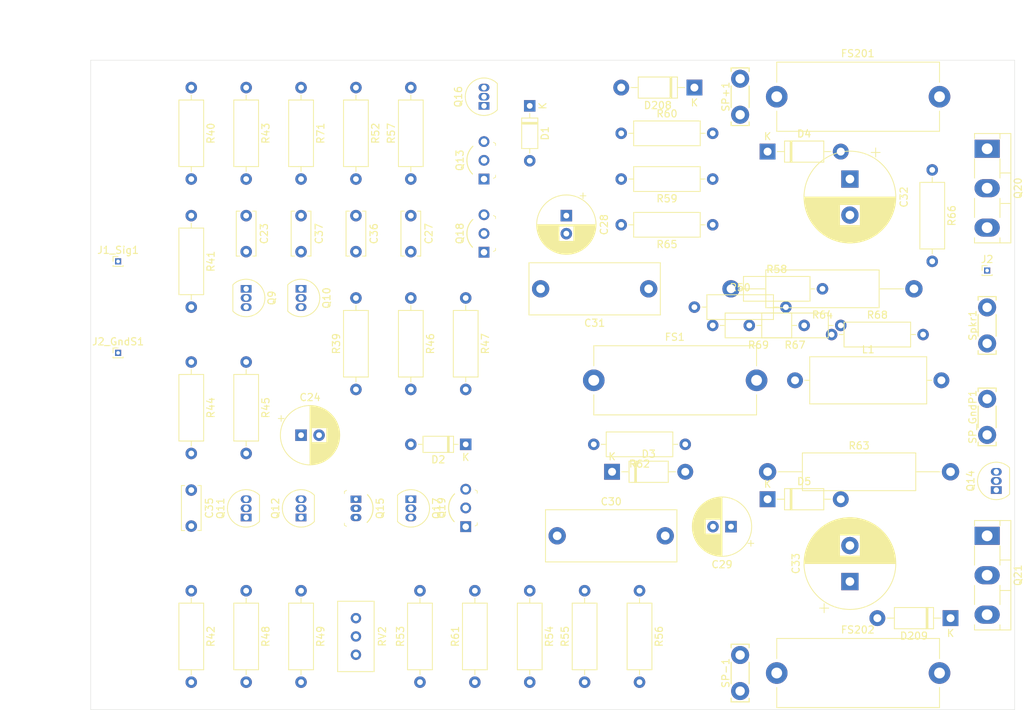
<source format=kicad_pcb>
(kicad_pcb (version 20171130) (host pcbnew 5.1.5-1.fc31)
  (layers (0 F.Cu signal) (31 B.Cu signal) (34 B.Paste user) (35 F.Paste user) (36 B.SilkS user) (37 F.SilkS user) (38 B.Mask user) (39 F.Mask user) (44 Edge.Cuts user))
  (net 0 "")
  (net 1 "Net-(C23-Pad1)")
  (net 2 "Net-(C24-Pad2)")
  (net 3 "Net-(C27-Pad1)")
  (net 4 "Net-(C28-Pad1)")
  (net 5 "Net-(C28-Pad2)")
  (net 6 "Net-(C29-Pad2)")
  (net 7 "Net-(C30-Pad1)")
  (net 8 "Net-(C30-Pad2)")
  (net 9 "Net-(C31-Pad1)")
  (net 10 "Net-(C36-Pad2)")
  (net 11 "Net-(C36-Pad1)")
  (net 12 "Net-(D1-Pad1)")
  (net 13 "Net-(D2-Pad1)")
  (net 14 "Net-(D2-Pad2)")
  (net 15 "Net-(J2-Pad1)")
  (net 16 "Net-(Q10-Pad3)")
  (net 17 "Net-(Q10-Pad2)")
  (net 18 "Net-(Q11-Pad2)")
  (net 19 "Net-(Q11-Pad3)")
  (net 20 "Net-(Q14-Pad2)")
  (net 21 "Net-(Q14-Pad1)")
  (net 22 "Net-(Q16-Pad2)")
  (net 23 "Net-(Q17-Pad2)")
  (net 24 "Net-(Q18-Pad1)")
  (net 25 "Net-(Q20-Pad3)")
  (net 26 "Net-(R39-Pad1)")
  (net 27 "Net-(R49-Pad2)")
  (net 28 "Net-(Q19-Pad1)")
  (net 29 GNDS)
  (net 30 GNDPWR)
  (net 31 "Net-(C32-Pad1)")
  (net 32 "Net-(C33-Pad2)")
  (net 33 "Net-(FS1-Pad2)")
  (net 34 "Net-(Q13-Pad3)")
  (net 35 "Net-(J1_Sig1-Pad1)")
  (net 36 "Net-(L1-Pad2)")
  (net 37 "Net-(FS201-Pad1)")
  (net 38 "Net-(FS202-Pad1)")
  (module MountingHole:MountingHole_3.5mm (layer F.Cu) (at 213.36 54.61)
    (fp_text reference H4 hide)
    (fp_text value MountingHole hide)
    (pad 1 np_thru_hole circle (at 0 0) (size 3.5 3.5) (drill 3.5) (layers *.Cu *.Mask))
  )
  (module MountingHole:MountingHole_3.5mm (layer F.Cu) (at 213.36 137.16)
    (fp_text reference H3 hide)
    (fp_text value MountingHole hide)
    (pad 1 np_thru_hole circle (at 0 0) (size 3.5 3.5) (drill 3.5) (layers *.Cu *.Mask))
  )
  (module MountingHole:MountingHole_3.5mm (layer F.Cu) (at 92.71 137.16)
    (fp_text reference H2 hide)
    (fp_text value MountingHole hide)
    (pad 1 np_thru_hole circle (at 0 0) (size 3.5 3.5) (drill 3.5) (layers *.Cu *.Mask))
  )
  (module MountingHole:MountingHole_3.5mm (layer F.Cu) (at 92.71 54.61)
    (fp_text reference H1 hide)
    (fp_text value MountingHole hide)
    (pad 1 np_thru_hole circle (at 0 0) (size 3.5 3.5) (drill 3.5) (layers *.Cu *.Mask))
  )
  (module digikey-footprints:TO-92-3_Formed_Leads (layer F.Cu) (at 143.51 77.47 90)
    (fp_text reference Q18 (at 2.6 -3.35 90) (layer F.SilkS))
    (fp_text value ZTX653)
    (pad 1 thru_hole rect (at 0 0 270) (size 1.5 1.5) (drill 0.9) (layers *.Cu *.Mask) (net 24 "Net-(Q18-Pad1)"))
    (pad 3 thru_hole circle (at 5.2 0 270) (size 1.5 1.5) (drill 0.9) (layers *.Cu *.Mask) (net 31 "Net-(C32-Pad1)"))
    (pad 2 thru_hole circle (at 2.6 0 270) (size 1.5 1.5) (drill 0.9) (layers *.Cu *.Mask) (net 3 "Net-(C27-Pad1)"))
  )
  (module Capacitor_THT:C_Disc_D6.0mm_W2.5mm_P5.00mm (layer F.Cu) (at 110.49 72.39 270)
    (fp_text reference C23 (at 2.5 -2.5 90) (layer F.SilkS))
    (fp_text value 470p)
    (pad 2 thru_hole circle (at 5 0 270) (size 1.6 1.6) (drill 0.8) (layers *.Cu *.Mask) (net 29 GNDS))
    (pad 1 thru_hole circle (at 0 0 270) (size 1.6 1.6) (drill 0.8) (layers *.Cu *.Mask) (net 1 "Net-(C23-Pad1)"))
  )
  (module Capacitor_THT:CP_Radial_D8.0mm_P2.50mm (layer F.Cu) (at 118.11 102.87)
    (fp_text reference C24 (at 1.25 -5.25) (layer F.SilkS))
    (fp_text value "47uF 10v")
    (pad 2 thru_hole circle (at 2.5 0) (size 1.6 1.6) (drill 0.8) (layers *.Cu *.Mask) (net 2 "Net-(C24-Pad2)"))
    (pad 1 thru_hole rect (at 0 0) (size 1.6 1.6) (drill 0.8) (layers *.Cu *.Mask) (net 29 GNDS))
  )
  (module Capacitor_THT:C_Disc_D6.0mm_W2.5mm_P5.00mm (layer F.Cu) (at 133.35 72.39 270)
    (fp_text reference C27 (at 2.5 -2.5 90) (layer F.SilkS))
    (fp_text value 470p)
    (pad 1 thru_hole circle (at 0 0 270) (size 1.6 1.6) (drill 0.8) (layers *.Cu *.Mask) (net 3 "Net-(C27-Pad1)"))
    (pad 2 thru_hole circle (at 5 0 270) (size 1.6 1.6) (drill 0.8) (layers *.Cu *.Mask) (net 30 GNDPWR))
  )
  (module Capacitor_THT:CP_Radial_D8.0mm_P2.50mm (layer F.Cu) (at 154.94 72.39 270)
    (fp_text reference C28 (at 1.25 -5.25 90) (layer F.SilkS))
    (fp_text value 47uF/10v)
    (pad 1 thru_hole rect (at 0 0 270) (size 1.6 1.6) (drill 0.8) (layers *.Cu *.Mask) (net 4 "Net-(C28-Pad1)"))
    (pad 2 thru_hole circle (at 2.5 0 270) (size 1.6 1.6) (drill 0.8) (layers *.Cu *.Mask) (net 5 "Net-(C28-Pad2)"))
  )
  (module Capacitor_THT:CP_Radial_D8.0mm_P2.50mm (layer F.Cu) (at 177.8 115.57 180)
    (fp_text reference C29 (at 1.25 -5.25) (layer F.SilkS))
    (fp_text value 47uF/10v)
    (pad 1 thru_hole rect (at 0 0 180) (size 1.6 1.6) (drill 0.8) (layers *.Cu *.Mask) (net 5 "Net-(C28-Pad2)"))
    (pad 2 thru_hole circle (at 2.5 0 180) (size 1.6 1.6) (drill 0.8) (layers *.Cu *.Mask) (net 6 "Net-(C29-Pad2)"))
  )
  (module Capacitor_THT:C_Rect_L18.0mm_W7.0mm_P15.00mm_FKS3_FKP3 (layer F.Cu) (at 153.67 116.84)
    (fp_text reference C30 (at 7.5 -4.75) (layer F.SilkS))
    (fp_text value 100n)
    (pad 1 thru_hole circle (at 0 0) (size 2.4 2.4) (drill 1.2) (layers *.Cu *.Mask) (net 7 "Net-(C30-Pad1)"))
    (pad 2 thru_hole circle (at 15 0) (size 2.4 2.4) (drill 1.2) (layers *.Cu *.Mask) (net 8 "Net-(C30-Pad2)"))
  )
  (module Capacitor_THT:C_Rect_L18.0mm_W7.0mm_P15.00mm_FKS3_FKP3 (layer F.Cu) (at 166.37 82.55 180)
    (fp_text reference C31 (at 7.5 -4.75) (layer F.SilkS))
    (fp_text value 100n)
    (pad 2 thru_hole circle (at 15 0 180) (size 2.4 2.4) (drill 1.2) (layers *.Cu *.Mask) (net 30 GNDPWR))
    (pad 1 thru_hole circle (at 0 0 180) (size 2.4 2.4) (drill 1.2) (layers *.Cu *.Mask) (net 9 "Net-(C31-Pad1)"))
  )
  (module Capacitor_THT:CP_Radial_D12.5mm_P5.00mm (layer F.Cu) (at 194.31 67.31 270)
    (fp_text reference C32 (at 2.5 -7.5 90) (layer F.SilkS))
    (fp_text value 22uF/63v)
    (pad 2 thru_hole circle (at 5 0 270) (size 2.4 2.4) (drill 1.2) (layers *.Cu *.Mask) (net 30 GNDPWR))
    (pad 1 thru_hole rect (at 0 0 270) (size 2.4 2.4) (drill 1.2) (layers *.Cu *.Mask) (net 31 "Net-(C32-Pad1)"))
  )
  (module Capacitor_THT:CP_Radial_D12.5mm_P5.00mm (layer F.Cu) (at 194.31 123.19 90)
    (fp_text reference C33 (at 2.5 -7.5 90) (layer F.SilkS))
    (fp_text value 22uF/63v)
    (pad 1 thru_hole rect (at 0 0 90) (size 2.4 2.4) (drill 1.2) (layers *.Cu *.Mask) (net 30 GNDPWR))
    (pad 2 thru_hole circle (at 5 0 90) (size 2.4 2.4) (drill 1.2) (layers *.Cu *.Mask) (net 32 "Net-(C33-Pad2)"))
  )
  (module Capacitor_THT:C_Disc_D6.0mm_W2.5mm_P5.00mm (layer F.Cu) (at 125.73 72.39 270)
    (fp_text reference C36 (at 2.5 -2.5 90) (layer F.SilkS))
    (fp_text value 470p)
    (pad 2 thru_hole circle (at 5 0 270) (size 1.6 1.6) (drill 0.8) (layers *.Cu *.Mask) (net 10 "Net-(C36-Pad2)"))
    (pad 1 thru_hole circle (at 0 0 270) (size 1.6 1.6) (drill 0.8) (layers *.Cu *.Mask) (net 11 "Net-(C36-Pad1)"))
  )
  (module Capacitor_THT:C_Disc_D6.0mm_W2.5mm_P5.00mm (layer F.Cu) (at 118.11 72.39 270)
    (fp_text reference C37 (at 2.5 -2.5 90) (layer F.SilkS))
    (fp_text value 10n)
    (pad 1 thru_hole circle (at 0 0 270) (size 1.6 1.6) (drill 0.8) (layers *.Cu *.Mask) (net 31 "Net-(C32-Pad1)"))
    (pad 2 thru_hole circle (at 5 0 270) (size 1.6 1.6) (drill 0.8) (layers *.Cu *.Mask) (net 30 GNDPWR))
  )
  (module Diode_THT:D_DO-35_SOD27_P7.62mm_Horizontal (layer F.Cu) (at 149.86 57.15 270)
    (fp_text reference D1 (at 3.81 -2.12 90) (layer F.SilkS))
    (fp_text value 1N4148)
    (fp_text user K (at 0 -1.8 90) (layer F.SilkS))
    (pad 2 thru_hole oval (at 7.62 0 270) (size 1.6 1.6) (drill 0.8) (layers *.Cu *.Mask) (net 3 "Net-(C27-Pad1)"))
    (pad 1 thru_hole rect (at 0 0 270) (size 1.6 1.6) (drill 0.8) (layers *.Cu *.Mask) (net 12 "Net-(D1-Pad1)"))
  )
  (module Diode_THT:D_DO-35_SOD27_P7.62mm_Horizontal (layer F.Cu) (at 140.97 104.14 180)
    (fp_text reference D2 (at 3.81 -2.12) (layer F.SilkS))
    (fp_text value 1N4148)
    (fp_text user K (at 0 -1.8) (layer F.SilkS))
    (pad 1 thru_hole rect (at 0 0 180) (size 1.6 1.6) (drill 0.8) (layers *.Cu *.Mask) (net 13 "Net-(D2-Pad1)"))
    (pad 2 thru_hole oval (at 7.62 0 180) (size 1.6 1.6) (drill 0.8) (layers *.Cu *.Mask) (net 14 "Net-(D2-Pad2)"))
  )
  (module Diode_THT:D_DO-41_SOD81_P10.16mm_Horizontal (layer F.Cu) (at 161.29 107.95)
    (fp_text reference D3 (at 5.08 -2.47) (layer F.SilkS))
    (fp_text value 1N4002)
    (fp_text user K (at 0 -2.1) (layer F.SilkS))
    (pad 1 thru_hole rect (at 0 0) (size 2.2 2.2) (drill 1.1) (layers *.Cu *.Mask) (net 7 "Net-(C30-Pad1)"))
    (pad 2 thru_hole oval (at 10.16 0) (size 2.2 2.2) (drill 1.1) (layers *.Cu *.Mask) (net 8 "Net-(C30-Pad2)"))
  )
  (module Diode_THT:D_DO-41_SOD81_P10.16mm_Horizontal (layer F.Cu) (at 182.88 63.5)
    (fp_text reference D4 (at 5.08 -2.47) (layer F.SilkS))
    (fp_text value 1N4002)
    (fp_text user K (at 0 -2.1) (layer F.SilkS))
    (pad 1 thru_hole rect (at 0 0) (size 2.2 2.2) (drill 1.1) (layers *.Cu *.Mask) (net 31 "Net-(C32-Pad1)"))
    (pad 2 thru_hole oval (at 10.16 0) (size 2.2 2.2) (drill 1.1) (layers *.Cu *.Mask) (net 5 "Net-(C28-Pad2)"))
  )
  (module Diode_THT:D_DO-41_SOD81_P10.16mm_Horizontal (layer F.Cu) (at 182.88 111.76)
    (fp_text reference D5 (at 5.08 -2.47) (layer F.SilkS))
    (fp_text value 1N4002)
    (fp_text user K (at 0 -2.1) (layer F.SilkS))
    (pad 2 thru_hole oval (at 10.16 0) (size 2.2 2.2) (drill 1.1) (layers *.Cu *.Mask) (net 32 "Net-(C33-Pad2)"))
    (pad 1 thru_hole rect (at 0 0) (size 2.2 2.2) (drill 1.1) (layers *.Cu *.Mask) (net 5 "Net-(C28-Pad2)"))
  )
  (module Diode_THT:D_DO-41_SOD81_P10.16mm_Horizontal (layer F.Cu) (at 172.72 54.61 180)
    (fp_text reference D208 (at 5.08 -2.47) (layer F.SilkS))
    (fp_text value 1N4002)
    (fp_text user K (at 0 -2.1) (layer F.SilkS))
    (pad 2 thru_hole oval (at 10.16 0 180) (size 2.2 2.2) (drill 1.1) (layers *.Cu *.Mask) (net 30 GNDPWR))
    (pad 1 thru_hole rect (at 0 0 180) (size 2.2 2.2) (drill 1.1) (layers *.Cu *.Mask) (net 31 "Net-(C32-Pad1)"))
  )
  (module Diode_THT:D_DO-41_SOD81_P10.16mm_Horizontal (layer F.Cu) (at 208.28 128.27 180)
    (fp_text reference D209 (at 5.08 -2.47) (layer F.SilkS))
    (fp_text value 1N4002)
    (fp_text user K (at 0 -2.1) (layer F.SilkS))
    (pad 1 thru_hole rect (at 0 0 180) (size 2.2 2.2) (drill 1.1) (layers *.Cu *.Mask) (net 30 GNDPWR))
    (pad 2 thru_hole oval (at 10.16 0 180) (size 2.2 2.2) (drill 1.1) (layers *.Cu *.Mask) (net 32 "Net-(C33-Pad2)"))
  )
  (module Connector_PinHeader_1.00mm:PinHeader_1x01_P1.00mm_Vertical (layer F.Cu) (at 213.36 80.01)
    (fp_text reference J2 (at 0 -1.56) (layer F.SilkS))
    (fp_text value J_HP+)
    (pad 1 thru_hole rect (at 0 0) (size 0.85 0.85) (drill 0.5) (layers *.Cu *.Mask) (net 15 "Net-(J2-Pad1)"))
  )
  (module Inductor_THT:L_Axial_L16.0mm_D6.3mm_P20.32mm_Horizontal_Fastron_VHBCC (layer F.Cu) (at 186.69 95.25)
    (fp_text reference L1 (at 10.16 -4.27) (layer F.SilkS))
    (fp_text value 2u2L)
    (pad 1 thru_hole circle (at 0 0) (size 2.2 2.2) (drill 1.1) (layers *.Cu *.Mask) (net 33 "Net-(FS1-Pad2)"))
    (pad 2 thru_hole oval (at 20.32 0) (size 2.2 2.2) (drill 1.1) (layers *.Cu *.Mask) (net 36 "Net-(L1-Pad2)"))
  )
  (module digikey-footprints:TO-92-3_Formed_Leads (layer F.Cu) (at 140.97 115.57 90)
    (fp_text reference Q19 (at 2.6 -3.35 90) (layer F.SilkS))
    (fp_text value ZTX753)
    (pad 1 thru_hole rect (at 0 0 270) (size 1.5 1.5) (drill 0.9) (layers *.Cu *.Mask) (net 28 "Net-(Q19-Pad1)"))
    (pad 3 thru_hole circle (at 5.2 0 270) (size 1.5 1.5) (drill 0.9) (layers *.Cu *.Mask) (net 7 "Net-(C30-Pad1)"))
    (pad 2 thru_hole circle (at 2.6 0 270) (size 1.5 1.5) (drill 0.9) (layers *.Cu *.Mask) (net 13 "Net-(D2-Pad1)"))
  )
  (module Package_TO_SOT_THT:TO-218-3_Vertical (layer F.Cu) (at 213.36 116.84 270)
    (fp_text reference Q21 (at 5.475 -4.29 90) (layer F.SilkS))
    (fp_text value TIP3055)
    (pad 3 thru_hole oval (at 10.95 0 270) (size 2.5 3.5) (drill 1.5) (layers *.Cu *.Mask) (net 32 "Net-(C33-Pad2)"))
    (pad 2 thru_hole oval (at 5.475 0 270) (size 2.5 3.5) (drill 1.5) (layers *.Cu *.Mask) (net 8 "Net-(C30-Pad2)"))
    (pad 1 thru_hole rect (at 0 0 270) (size 2.5 3.5) (drill 1.5) (layers *.Cu *.Mask) (net 28 "Net-(Q19-Pad1)"))
  )
  (module Package_TO_SOT_THT:TO-92_Inline (layer F.Cu) (at 110.49 82.55 270)
    (fp_text reference Q9 (at 1.27 -3.56 90) (layer F.SilkS))
    (fp_text value BC547)
    (pad 1 thru_hole rect (at 0 0 270) (size 1.05 1.5) (drill 0.75) (layers *.Cu *.Mask) (net 10 "Net-(C36-Pad2)"))
    (pad 3 thru_hole oval (at 2.54 0 270) (size 1.05 1.5) (drill 0.75) (layers *.Cu *.Mask) (net 16 "Net-(Q10-Pad3)"))
    (pad 2 thru_hole oval (at 1.27 0 270) (size 1.05 1.5) (drill 0.75) (layers *.Cu *.Mask) (net 1 "Net-(C23-Pad1)"))
  )
  (module Package_TO_SOT_THT:TO-92_Inline (layer F.Cu) (at 118.11 82.55 270)
    (fp_text reference Q10 (at 1.27 -3.56 90) (layer F.SilkS))
    (fp_text value BC547)
    (pad 1 thru_hole rect (at 0 0 270) (size 1.05 1.5) (drill 0.75) (layers *.Cu *.Mask) (net 31 "Net-(C32-Pad1)"))
    (pad 3 thru_hole oval (at 2.54 0 270) (size 1.05 1.5) (drill 0.75) (layers *.Cu *.Mask) (net 16 "Net-(Q10-Pad3)"))
    (pad 2 thru_hole oval (at 1.27 0 270) (size 1.05 1.5) (drill 0.75) (layers *.Cu *.Mask) (net 17 "Net-(Q10-Pad2)"))
  )
  (module Package_TO_SOT_THT:TO-92_Inline (layer F.Cu) (at 110.49 114.3 90)
    (fp_text reference Q11 (at 1.27 -3.56 90) (layer F.SilkS))
    (fp_text value BC547)
    (pad 2 thru_hole oval (at 1.27 0 90) (size 1.05 1.5) (drill 0.75) (layers *.Cu *.Mask) (net 18 "Net-(Q11-Pad2)"))
    (pad 3 thru_hole oval (at 2.54 0 90) (size 1.05 1.5) (drill 0.75) (layers *.Cu *.Mask) (net 19 "Net-(Q11-Pad3)"))
    (pad 1 thru_hole rect (at 0 0 90) (size 1.05 1.5) (drill 0.75) (layers *.Cu *.Mask) (net 16 "Net-(Q10-Pad3)"))
  )
  (module Package_TO_SOT_THT:TO-92_Inline (layer F.Cu) (at 118.11 114.3 90)
    (fp_text reference Q12 (at 1.27 -3.56 90) (layer F.SilkS))
    (fp_text value BC547)
    (pad 1 thru_hole rect (at 0 0 90) (size 1.05 1.5) (drill 0.75) (layers *.Cu *.Mask) (net 18 "Net-(Q11-Pad2)"))
    (pad 3 thru_hole oval (at 2.54 0 90) (size 1.05 1.5) (drill 0.75) (layers *.Cu *.Mask) (net 32 "Net-(C33-Pad2)"))
    (pad 2 thru_hole oval (at 1.27 0 90) (size 1.05 1.5) (drill 0.75) (layers *.Cu *.Mask) (net 19 "Net-(Q11-Pad3)"))
  )
  (module digikey-footprints:TO-92-3_Formed_Leads (layer F.Cu) (at 143.51 67.31 90)
    (fp_text reference Q13 (at 2.6 -3.35 90) (layer F.SilkS))
    (fp_text value ZTX753)
    (pad 2 thru_hole circle (at 2.6 0 270) (size 1.5 1.5) (drill 0.9) (layers *.Cu *.Mask) (net 10 "Net-(C36-Pad2)"))
    (pad 3 thru_hole circle (at 5.2 0 270) (size 1.5 1.5) (drill 0.9) (layers *.Cu *.Mask) (net 34 "Net-(Q13-Pad3)"))
    (pad 1 thru_hole rect (at 0 0 270) (size 1.5 1.5) (drill 0.9) (layers *.Cu *.Mask) (net 3 "Net-(C27-Pad1)"))
  )
  (module Package_TO_SOT_THT:TO-92_Inline (layer F.Cu) (at 214.63 110.49 90)
    (fp_text reference Q14 (at 1.27 -3.56 90) (layer F.SilkS))
    (fp_text value BC547)
    (pad 2 thru_hole oval (at 1.27 0 90) (size 1.05 1.5) (drill 0.75) (layers *.Cu *.Mask) (net 20 "Net-(Q14-Pad2)"))
    (pad 3 thru_hole oval (at 2.54 0 90) (size 1.05 1.5) (drill 0.75) (layers *.Cu *.Mask) (net 32 "Net-(C33-Pad2)"))
    (pad 1 thru_hole rect (at 0 0 90) (size 1.05 1.5) (drill 0.75) (layers *.Cu *.Mask) (net 21 "Net-(Q14-Pad1)"))
  )
  (module digikey-footprints:TO-92-3 (layer F.Cu) (at 125.73 111.76 270)
    (fp_text reference Q15 (at 1.27 -3.35 90) (layer F.SilkS))
    (fp_text value ZTX653)
    (pad 2 thru_hole oval (at 1.27 0 90) (size 1 1.5) (drill 0.55) (layers *.Cu *.Mask) (net 21 "Net-(Q14-Pad1)"))
    (pad 3 thru_hole oval (at 2.54 0 90) (size 1 1.5) (drill 0.55) (layers *.Cu *.Mask) (net 13 "Net-(D2-Pad1)"))
    (pad 1 thru_hole rect (at 0 0 90) (size 1 1.5) (drill 0.55) (layers *.Cu *.Mask) (net 20 "Net-(Q14-Pad2)"))
  )
  (module Package_TO_SOT_THT:TO-92_Inline (layer F.Cu) (at 143.51 57.15 90)
    (fp_text reference Q16 (at 1.27 -3.56 90) (layer F.SilkS))
    (fp_text value BC547)
    (pad 2 thru_hole oval (at 1.27 0 90) (size 1.05 1.5) (drill 0.75) (layers *.Cu *.Mask) (net 22 "Net-(Q16-Pad2)"))
    (pad 3 thru_hole oval (at 2.54 0 90) (size 1.05 1.5) (drill 0.75) (layers *.Cu *.Mask) (net 5 "Net-(C28-Pad2)"))
    (pad 1 thru_hole rect (at 0 0 90) (size 1.05 1.5) (drill 0.75) (layers *.Cu *.Mask) (net 12 "Net-(D1-Pad1)"))
  )
  (module Package_TO_SOT_THT:TO-92_Inline (layer F.Cu) (at 133.35 111.76 270)
    (fp_text reference Q17 (at 1.27 -3.56 90) (layer F.SilkS))
    (fp_text value BC557)
    (pad 2 thru_hole oval (at 1.27 0 270) (size 1.05 1.5) (drill 0.75) (layers *.Cu *.Mask) (net 23 "Net-(Q17-Pad2)"))
    (pad 3 thru_hole oval (at 2.54 0 270) (size 1.05 1.5) (drill 0.75) (layers *.Cu *.Mask) (net 5 "Net-(C28-Pad2)"))
    (pad 1 thru_hole rect (at 0 0 270) (size 1.05 1.5) (drill 0.75) (layers *.Cu *.Mask) (net 14 "Net-(D2-Pad2)"))
  )
  (module Package_TO_SOT_THT:TO-218-3_Vertical (layer F.Cu) (at 213.36 63.105 270)
    (fp_text reference Q20 (at 5.475 -4.29 90) (layer F.SilkS))
    (fp_text value TIP3055)
    (pad 1 thru_hole rect (at 0 0 270) (size 2.5 3.5) (drill 1.5) (layers *.Cu *.Mask) (net 24 "Net-(Q18-Pad1)"))
    (pad 2 thru_hole oval (at 5.475 0 270) (size 2.5 3.5) (drill 1.5) (layers *.Cu *.Mask) (net 31 "Net-(C32-Pad1)"))
    (pad 3 thru_hole oval (at 10.95 0 270) (size 2.5 3.5) (drill 1.5) (layers *.Cu *.Mask) (net 25 "Net-(Q20-Pad3)"))
  )
  (module Resistor_THT:R_Axial_DIN0309_L9.0mm_D3.2mm_P12.70mm_Horizontal (layer F.Cu) (at 125.73 96.52 90)
    (fp_text reference R39 (at 6.35 -2.72 90) (layer F.SilkS))
    (fp_text value 2K7)
    (pad 2 thru_hole oval (at 12.7 0 90) (size 1.6 1.6) (drill 0.8) (layers *.Cu *.Mask) (net 17 "Net-(Q10-Pad2)"))
    (pad 1 thru_hole circle (at 0 0 90) (size 1.6 1.6) (drill 0.8) (layers *.Cu *.Mask) (net 26 "Net-(R39-Pad1)"))
  )
  (module Resistor_THT:R_Axial_DIN0309_L9.0mm_D3.2mm_P12.70mm_Horizontal (layer F.Cu) (at 102.87 54.61 270)
    (fp_text reference R40 (at 6.35 -2.72 90) (layer F.SilkS))
    (fp_text value 2K7)
    (pad 2 thru_hole oval (at 12.7 0 270) (size 1.6 1.6) (drill 0.8) (layers *.Cu *.Mask) (net 35 "Net-(J1_Sig1-Pad1)"))
    (pad 1 thru_hole circle (at 0 0 270) (size 1.6 1.6) (drill 0.8) (layers *.Cu *.Mask) (net 1 "Net-(C23-Pad1)"))
  )
  (module Resistor_THT:R_Axial_DIN0309_L9.0mm_D3.2mm_P12.70mm_Horizontal (layer F.Cu) (at 102.87 72.39 270)
    (fp_text reference R41 (at 6.35 -2.72 90) (layer F.SilkS))
    (fp_text value 15K)
    (pad 1 thru_hole circle (at 0 0 270) (size 1.6 1.6) (drill 0.8) (layers *.Cu *.Mask) (net 35 "Net-(J1_Sig1-Pad1)"))
    (pad 2 thru_hole oval (at 12.7 0 270) (size 1.6 1.6) (drill 0.8) (layers *.Cu *.Mask) (net 29 GNDS))
  )
  (module Resistor_THT:R_Axial_DIN0309_L9.0mm_D3.2mm_P12.70mm_Horizontal (layer F.Cu) (at 102.87 124.46 270)
    (fp_text reference R42 (at 6.35 -2.72 90) (layer F.SilkS))
    (fp_text value 470R)
    (pad 1 thru_hole circle (at 0 0 270) (size 1.6 1.6) (drill 0.8) (layers *.Cu *.Mask) (net 19 "Net-(Q11-Pad3)"))
    (pad 2 thru_hole oval (at 12.7 0 270) (size 1.6 1.6) (drill 0.8) (layers *.Cu *.Mask) (net 32 "Net-(C33-Pad2)"))
  )
  (module Resistor_THT:R_Axial_DIN0309_L9.0mm_D3.2mm_P12.70mm_Horizontal (layer F.Cu) (at 110.49 54.61 270)
    (fp_text reference R43 (at 6.35 -2.72 90) (layer F.SilkS))
    (fp_text value 2K7)
    (pad 1 thru_hole circle (at 0 0 270) (size 1.6 1.6) (drill 0.8) (layers *.Cu *.Mask) (net 31 "Net-(C32-Pad1)"))
    (pad 2 thru_hole oval (at 12.7 0 270) (size 1.6 1.6) (drill 0.8) (layers *.Cu *.Mask) (net 10 "Net-(C36-Pad2)"))
  )
  (module Resistor_THT:R_Axial_DIN0309_L9.0mm_D3.2mm_P12.70mm_Horizontal (layer F.Cu) (at 102.87 92.71 270)
    (fp_text reference R44 (at 6.35 -2.72 90) (layer F.SilkS))
    (fp_text value 56K)
    (pad 2 thru_hole oval (at 12.7 0 270) (size 1.6 1.6) (drill 0.8) (layers *.Cu *.Mask) (net 18 "Net-(Q11-Pad2)"))
    (pad 1 thru_hole circle (at 0 0 270) (size 1.6 1.6) (drill 0.8) (layers *.Cu *.Mask) (net 29 GNDS))
  )
  (module Resistor_THT:R_Axial_DIN0309_L9.0mm_D3.2mm_P12.70mm_Horizontal (layer F.Cu) (at 110.49 92.71 270)
    (fp_text reference R45 (at 6.35 -2.72 90) (layer F.SilkS))
    (fp_text value 10K)
    (pad 1 thru_hole circle (at 0 0 270) (size 1.6 1.6) (drill 0.8) (layers *.Cu *.Mask) (net 29 GNDS))
    (pad 2 thru_hole oval (at 12.7 0 270) (size 1.6 1.6) (drill 0.8) (layers *.Cu *.Mask) (net 21 "Net-(Q14-Pad1)"))
  )
  (module Resistor_THT:R_Axial_DIN0309_L9.0mm_D3.2mm_P12.70mm_Horizontal (layer F.Cu) (at 133.35 83.82 270)
    (fp_text reference R46 (at 6.35 -2.72 90) (layer F.SilkS))
    (fp_text value 470R)
    (pad 2 thru_hole oval (at 12.7 0 270) (size 1.6 1.6) (drill 0.8) (layers *.Cu *.Mask) (net 2 "Net-(C24-Pad2)"))
    (pad 1 thru_hole circle (at 0 0 270) (size 1.6 1.6) (drill 0.8) (layers *.Cu *.Mask) (net 26 "Net-(R39-Pad1)"))
  )
  (module Resistor_THT:R_Axial_DIN0309_L9.0mm_D3.2mm_P12.70mm_Horizontal (layer F.Cu) (at 140.97 83.82 270)
    (fp_text reference R47 (at 6.35 -2.72 90) (layer F.SilkS))
    (fp_text value 15K)
    (pad 1 thru_hole circle (at 0 0 270) (size 1.6 1.6) (drill 0.8) (layers *.Cu *.Mask) (net 5 "Net-(C28-Pad2)"))
    (pad 2 thru_hole oval (at 12.7 0 270) (size 1.6 1.6) (drill 0.8) (layers *.Cu *.Mask) (net 26 "Net-(R39-Pad1)"))
  )
  (module Resistor_THT:R_Axial_DIN0309_L9.0mm_D3.2mm_P12.70mm_Horizontal (layer F.Cu) (at 110.49 124.46 270)
    (fp_text reference R48 (at 6.35 -2.72 90) (layer F.SilkS))
    (fp_text value 82R)
    (pad 2 thru_hole oval (at 12.7 0 270) (size 1.6 1.6) (drill 0.8) (layers *.Cu *.Mask) (net 32 "Net-(C33-Pad2)"))
    (pad 1 thru_hole circle (at 0 0 270) (size 1.6 1.6) (drill 0.8) (layers *.Cu *.Mask) (net 20 "Net-(Q14-Pad2)"))
  )
  (module Resistor_THT:R_Axial_DIN0309_L9.0mm_D3.2mm_P12.70mm_Horizontal (layer F.Cu) (at 118.11 124.46 270)
    (fp_text reference R49 (at 6.35 -2.72 90) (layer F.SilkS))
    (fp_text value 120R)
    (pad 1 thru_hole circle (at 0 0 270) (size 1.6 1.6) (drill 0.8) (layers *.Cu *.Mask) (net 20 "Net-(Q14-Pad2)"))
    (pad 2 thru_hole oval (at 12.7 0 270) (size 1.6 1.6) (drill 0.8) (layers *.Cu *.Mask) (net 27 "Net-(R49-Pad2)"))
  )
  (module Resistor_THT:R_Axial_DIN0309_L9.0mm_D3.2mm_P12.70mm_Horizontal (layer F.Cu) (at 172.72 85.09)
    (fp_text reference R50 (at 6.35 -2.72) (layer F.SilkS))
    (fp_text value 220R)
    (pad 2 thru_hole oval (at 12.7 0) (size 1.6 1.6) (drill 0.8) (layers *.Cu *.Mask) (net 13 "Net-(D2-Pad1)"))
    (pad 1 thru_hole circle (at 0 0) (size 1.6 1.6) (drill 0.8) (layers *.Cu *.Mask) (net 3 "Net-(C27-Pad1)"))
  )
  (module Resistor_THT:R_Axial_DIN0309_L9.0mm_D3.2mm_P12.70mm_Horizontal (layer F.Cu) (at 125.73 54.61 270)
    (fp_text reference R52 (at 6.35 -2.72 90) (layer F.SilkS))
    (fp_text value 100R)
    (pad 2 thru_hole oval (at 12.7 0 270) (size 1.6 1.6) (drill 0.8) (layers *.Cu *.Mask) (net 34 "Net-(Q13-Pad3)"))
    (pad 1 thru_hole circle (at 0 0 270) (size 1.6 1.6) (drill 0.8) (layers *.Cu *.Mask) (net 31 "Net-(C32-Pad1)"))
  )
  (module Resistor_THT:R_Axial_DIN0309_L9.0mm_D3.2mm_P12.70mm_Horizontal (layer F.Cu) (at 149.86 124.46 270)
    (fp_text reference R54 (at 6.35 -2.72 90) (layer F.SilkS))
    (fp_text value 120R)
    (pad 1 thru_hole circle (at 0 0 270) (size 1.6 1.6) (drill 0.8) (layers *.Cu *.Mask) (net 5 "Net-(C28-Pad2)"))
    (pad 2 thru_hole oval (at 12.7 0 270) (size 1.6 1.6) (drill 0.8) (layers *.Cu *.Mask) (net 23 "Net-(Q17-Pad2)"))
  )
  (module Resistor_THT:R_Axial_DIN0309_L9.0mm_D3.2mm_P12.70mm_Horizontal (layer F.Cu) (at 157.48 137.16 90)
    (fp_text reference R55 (at 6.35 -2.72 90) (layer F.SilkS))
    (fp_text value 120R)
    (pad 1 thru_hole circle (at 0 0 90) (size 1.6 1.6) (drill 0.8) (layers *.Cu *.Mask) (net 23 "Net-(Q17-Pad2)"))
    (pad 2 thru_hole oval (at 12.7 0 90) (size 1.6 1.6) (drill 0.8) (layers *.Cu *.Mask) (net 8 "Net-(C30-Pad2)"))
  )
  (module Resistor_THT:R_Axial_DIN0309_L9.0mm_D3.2mm_P12.70mm_Horizontal (layer F.Cu) (at 165.1 124.46 270)
    (fp_text reference R56 (at 6.35 -2.72 90) (layer F.SilkS))
    (fp_text value 82R)
    (pad 2 thru_hole oval (at 12.7 0 270) (size 1.6 1.6) (drill 0.8) (layers *.Cu *.Mask) (net 23 "Net-(Q17-Pad2)"))
    (pad 1 thru_hole circle (at 0 0 270) (size 1.6 1.6) (drill 0.8) (layers *.Cu *.Mask) (net 6 "Net-(C29-Pad2)"))
  )
  (module Resistor_THT:R_Axial_DIN0309_L9.0mm_D3.2mm_P12.70mm_Horizontal (layer F.Cu) (at 133.35 67.31 90)
    (fp_text reference R57 (at 6.35 -2.72 90) (layer F.SilkS))
    (fp_text value 120R)
    (pad 1 thru_hole circle (at 0 0 90) (size 1.6 1.6) (drill 0.8) (layers *.Cu *.Mask) (net 22 "Net-(Q16-Pad2)"))
    (pad 2 thru_hole oval (at 12.7 0 90) (size 1.6 1.6) (drill 0.8) (layers *.Cu *.Mask) (net 5 "Net-(C28-Pad2)"))
  )
  (module Resistor_THT:R_Axial_DIN0309_L9.0mm_D3.2mm_P12.70mm_Horizontal (layer F.Cu) (at 177.8 82.55)
    (fp_text reference R58 (at 6.35 -2.72) (layer F.SilkS))
    (fp_text value 82R)
    (pad 2 thru_hole oval (at 12.7 0) (size 1.6 1.6) (drill 0.8) (layers *.Cu *.Mask) (net 4 "Net-(C28-Pad1)"))
    (pad 1 thru_hole circle (at 0 0) (size 1.6 1.6) (drill 0.8) (layers *.Cu *.Mask) (net 22 "Net-(Q16-Pad2)"))
  )
  (module Resistor_THT:R_Axial_DIN0309_L9.0mm_D3.2mm_P12.70mm_Horizontal (layer F.Cu) (at 175.26 67.31 180)
    (fp_text reference R59 (at 6.35 -2.72) (layer F.SilkS))
    (fp_text value 120R)
    (pad 1 thru_hole circle (at 0 0 180) (size 1.6 1.6) (drill 0.8) (layers *.Cu *.Mask) (net 22 "Net-(Q16-Pad2)"))
    (pad 2 thru_hole oval (at 12.7 0 180) (size 1.6 1.6) (drill 0.8) (layers *.Cu *.Mask) (net 25 "Net-(Q20-Pad3)"))
  )
  (module Resistor_THT:R_Axial_DIN0309_L9.0mm_D3.2mm_P12.70mm_Horizontal (layer F.Cu) (at 142.24 137.16 90)
    (fp_text reference R61 (at 6.35 -2.72 90) (layer F.SilkS))
    (fp_text value 82R)
    (pad 1 thru_hole circle (at 0 0 90) (size 1.6 1.6) (drill 0.8) (layers *.Cu *.Mask) (net 28 "Net-(Q19-Pad1)"))
    (pad 2 thru_hole oval (at 12.7 0 90) (size 1.6 1.6) (drill 0.8) (layers *.Cu *.Mask) (net 32 "Net-(C33-Pad2)"))
  )
  (module Resistor_THT:R_Axial_DIN0309_L9.0mm_D3.2mm_P12.70mm_Horizontal (layer F.Cu) (at 171.45 104.14 180)
    (fp_text reference R62 (at 6.35 -2.72) (layer F.SilkS))
    (fp_text value 82R)
    (pad 2 thru_hole oval (at 12.7 0 180) (size 1.6 1.6) (drill 0.8) (layers *.Cu *.Mask) (net 7 "Net-(C30-Pad1)"))
    (pad 1 thru_hole circle (at 0 0 180) (size 1.6 1.6) (drill 0.8) (layers *.Cu *.Mask) (net 8 "Net-(C30-Pad2)"))
  )
  (module Resistor_THT:R_Axial_DIN0516_L15.5mm_D5.0mm_P25.40mm_Horizontal (layer F.Cu) (at 203.2 82.55 180)
    (fp_text reference R64 (at 12.7 -3.62) (layer F.SilkS))
    (fp_text value R22)
    (pad 2 thru_hole oval (at 25.4 0 180) (size 2.4 2.4) (drill 1.2) (layers *.Cu *.Mask) (net 5 "Net-(C28-Pad2)"))
    (pad 1 thru_hole circle (at 0 0 180) (size 2.4 2.4) (drill 1.2) (layers *.Cu *.Mask) (net 25 "Net-(Q20-Pad3)"))
  )
  (module Resistor_THT:R_Axial_DIN0309_L9.0mm_D3.2mm_P12.70mm_Horizontal (layer F.Cu) (at 175.26 73.66 180)
    (fp_text reference R65 (at 6.35 -2.72) (layer F.SilkS))
    (fp_text value 82R)
    (pad 1 thru_hole circle (at 0 0 180) (size 1.6 1.6) (drill 0.8) (layers *.Cu *.Mask) (net 24 "Net-(Q18-Pad1)"))
    (pad 2 thru_hole oval (at 12.7 0 180) (size 1.6 1.6) (drill 0.8) (layers *.Cu *.Mask) (net 25 "Net-(Q20-Pad3)"))
  )
  (module Resistor_THT:R_Axial_DIN0309_L9.0mm_D3.2mm_P12.70mm_Horizontal (layer F.Cu) (at 205.74 66.04 270)
    (fp_text reference R66 (at 6.35 -2.72 90) (layer F.SilkS))
    (fp_text value 5R6)
    (pad 2 thru_hole oval (at 12.7 0 270) (size 1.6 1.6) (drill 0.8) (layers *.Cu *.Mask) (net 9 "Net-(C31-Pad1)"))
    (pad 1 thru_hole circle (at 0 0 270) (size 1.6 1.6) (drill 0.8) (layers *.Cu *.Mask) (net 5 "Net-(C28-Pad2)"))
  )
  (module Resistor_THT:R_Axial_DIN0309_L9.0mm_D3.2mm_P12.70mm_Horizontal (layer F.Cu) (at 193.04 87.63 180)
    (fp_text reference R67 (at 6.35 -2.72) (layer F.SilkS))
    (fp_text value 2R2)
    (pad 2 thru_hole oval (at 12.7 0 180) (size 1.6 1.6) (drill 0.8) (layers *.Cu *.Mask) (net 36 "Net-(L1-Pad2)"))
    (pad 1 thru_hole circle (at 0 0 180) (size 1.6 1.6) (drill 0.8) (layers *.Cu *.Mask) (net 33 "Net-(FS1-Pad2)"))
  )
  (module Resistor_THT:R_Axial_DIN0309_L9.0mm_D3.2mm_P12.70mm_Horizontal (layer F.Cu) (at 191.77 88.9)
    (fp_text reference R68 (at 6.35 -2.72) (layer F.SilkS))
    (fp_text value 330R)
    (pad 2 thru_hole oval (at 12.7 0) (size 1.6 1.6) (drill 0.8) (layers *.Cu *.Mask) (net 15 "Net-(J2-Pad1)"))
    (pad 1 thru_hole circle (at 0 0) (size 1.6 1.6) (drill 0.8) (layers *.Cu *.Mask) (net 36 "Net-(L1-Pad2)"))
  )
  (module Resistor_THT:R_Axial_DIN0309_L9.0mm_D3.2mm_P12.70mm_Horizontal (layer F.Cu) (at 187.96 87.63 180)
    (fp_text reference R69 (at 6.35 -2.72) (layer F.SilkS))
    (fp_text value 220R)
    (pad 1 thru_hole circle (at 0 0 180) (size 1.6 1.6) (drill 0.8) (layers *.Cu *.Mask) (net 15 "Net-(J2-Pad1)"))
    (pad 2 thru_hole oval (at 12.7 0 180) (size 1.6 1.6) (drill 0.8) (layers *.Cu *.Mask) (net 30 GNDPWR))
  )
  (module Resistor_THT:R_Axial_DIN0309_L9.0mm_D3.2mm_P12.70mm_Horizontal (layer F.Cu) (at 118.11 54.61 270)
    (fp_text reference R71 (at 6.35 -2.72 90) (layer F.SilkS))
    (fp_text value 680R)
    (pad 1 thru_hole circle (at 0 0 270) (size 1.6 1.6) (drill 0.8) (layers *.Cu *.Mask) (net 31 "Net-(C32-Pad1)"))
    (pad 2 thru_hole oval (at 12.7 0 270) (size 1.6 1.6) (drill 0.8) (layers *.Cu *.Mask) (net 11 "Net-(C36-Pad1)"))
  )
  (module Potentiometer_THT:Potentiometer_Bourns_3296W_Vertical (layer F.Cu) (at 125.73 133.35 270)
    (fp_text reference RV2 (at -2.54 -3.66 90) (layer F.SilkS))
    (fp_text value 1k0)
    (pad 1 thru_hole circle (at 0 0 270) (size 1.44 1.44) (drill 0.8) (layers *.Cu *.Mask) (net 27 "Net-(R49-Pad2)"))
    (pad 2 thru_hole circle (at -2.54 0 270) (size 1.44 1.44) (drill 0.8) (layers *.Cu *.Mask) (net 32 "Net-(C33-Pad2)"))
    (pad 3 thru_hole circle (at -5.08 0 270) (size 1.44 1.44) (drill 0.8) (layers *.Cu *.Mask) (net 32 "Net-(C33-Pad2)"))
  )
  (module Connector_PinHeader_1.00mm:PinHeader_1x01_P1.00mm_Vertical (layer F.Cu) (at 92.71 78.74)
    (fp_text reference J1_Sig1 (at 0 -1.56) (layer F.SilkS))
    (fp_text value Conn_01x01_Male)
    (pad 1 thru_hole rect (at 0 0) (size 0.85 0.85) (drill 0.5) (layers *.Cu *.Mask) (net 35 "Net-(J1_Sig1-Pad1)"))
  )
  (module Capacitor_THT:C_Disc_D6.0mm_W2.5mm_P5.00mm (layer F.Cu) (at 102.87 110.49 270)
    (fp_text reference C35 (at 2.5 -2.5 90) (layer F.SilkS))
    (fp_text value 10n)
    (pad 1 thru_hole circle (at 0 0 270) (size 1.6 1.6) (drill 0.8) (layers *.Cu *.Mask) (net 29 GNDS))
    (pad 2 thru_hole circle (at 5 0 270) (size 1.6 1.6) (drill 0.8) (layers *.Cu *.Mask) (net 32 "Net-(C33-Pad2)"))
  )
  (module Resistor_THT:R_Axial_DIN0309_L9.0mm_D3.2mm_P12.70mm_Horizontal (layer F.Cu) (at 162.56 60.96)
    (fp_text reference R60 (at 6.35 -2.72) (layer F.SilkS))
    (fp_text value 6K8)
    (pad 1 thru_hole circle (at 0 0) (size 1.6 1.6) (drill 0.8) (layers *.Cu *.Mask) (net 31 "Net-(C32-Pad1)"))
    (pad 2 thru_hole oval (at 12.7 0) (size 1.6 1.6) (drill 0.8) (layers *.Cu *.Mask) (net 22 "Net-(Q16-Pad2)"))
  )
  (module Connector_PinHeader_1.00mm:PinHeader_1x01_P1.00mm_Vertical (layer F.Cu) (at 92.71 91.44)
    (fp_text reference J2_GndS1 (at 0 -1.56) (layer F.SilkS))
    (fp_text value Conn_01x01_Male)
    (pad 1 thru_hole rect (at 0 0) (size 0.85 0.85) (drill 0.5) (layers *.Cu *.Mask) (net 29 GNDS))
  )
  (module Resistor_THT:R_Axial_DIN0309_L9.0mm_D3.2mm_P12.70mm_Horizontal (layer F.Cu) (at 134.62 137.16 90)
    (fp_text reference R53 (at 6.35 -2.72 90) (layer F.SilkS))
    (fp_text value 6K8)
    (pad 1 thru_hole circle (at 0 0 90) (size 1.6 1.6) (drill 0.8) (layers *.Cu *.Mask) (net 23 "Net-(Q17-Pad2)"))
    (pad 2 thru_hole oval (at 12.7 0 90) (size 1.6 1.6) (drill 0.8) (layers *.Cu *.Mask) (net 32 "Net-(C33-Pad2)"))
  )
  (module Resistor_THT:R_Axial_DIN0516_L15.5mm_D5.0mm_P25.40mm_Horizontal (layer F.Cu) (at 182.88 107.95)
    (fp_text reference R63 (at 12.7 -3.62) (layer F.SilkS))
    (fp_text value R22)
    (pad 1 thru_hole circle (at 0 0) (size 2.4 2.4) (drill 1.2) (layers *.Cu *.Mask) (net 5 "Net-(C28-Pad2)"))
    (pad 2 thru_hole oval (at 25.4 0) (size 2.4 2.4) (drill 1.2) (layers *.Cu *.Mask) (net 8 "Net-(C30-Pad2)"))
  )
  (module AA_GR_KICAD-footprints:SPADE_TERMINAL_6.3MM (layer F.Cu) (at 213.36 87.63 90)
    (fp_text reference Spkr1 (at 0 -2 90) (layer F.SilkS))
    (fp_text value Spade_6.3mm hide)
    (pad 1 thru_hole circle (at -2.5 0 90) (size 2.5 2.5) (drill 1.3) (layers *.Cu *.Mask) (net 36 "Net-(L1-Pad2)"))
    (pad 1 thru_hole circle (at 2.5 0 90) (size 2.5 2.5) (drill 1.3) (layers *.Cu *.Mask) (net 36 "Net-(L1-Pad2)"))
  )
  (module AA_GR_KICAD-footprints:SPADE_TERMINAL_6.3MM (layer F.Cu) (at 179.07 135.89 90)
    (fp_text reference SP-1 (at 0 -2 90) (layer F.SilkS))
    (fp_text value Spade_6.3mm hide)
    (pad 1 thru_hole circle (at -2.5 0 90) (size 2.5 2.5) (drill 1.3) (layers *.Cu *.Mask) (net 38 "Net-(FS202-Pad1)"))
    (pad 1 thru_hole circle (at 2.5 0 90) (size 2.5 2.5) (drill 1.3) (layers *.Cu *.Mask) (net 38 "Net-(FS202-Pad1)"))
  )
  (module AA_GR_KICAD-footprints:SPADE_TERMINAL_6.3MM (layer F.Cu) (at 179.07 55.88 90)
    (fp_text reference SP+1 (at 0 -2 90) (layer F.SilkS))
    (fp_text value Spade_6.3mm hide)
    (pad 1 thru_hole circle (at 2.5 0 90) (size 2.5 2.5) (drill 1.3) (layers *.Cu *.Mask) (net 37 "Net-(FS201-Pad1)"))
    (pad 1 thru_hole circle (at -2.5 0 90) (size 2.5 2.5) (drill 1.3) (layers *.Cu *.Mask) (net 37 "Net-(FS201-Pad1)"))
  )
  (module AA_GR_KICAD-footprints:SPADE_TERMINAL_6.3MM (layer F.Cu) (at 213.36 100.33 90)
    (fp_text reference SP_GndP1 (at 0 -2 90) (layer F.SilkS))
    (fp_text value Spade_6.3mm hide)
    (pad 1 thru_hole circle (at 2.5 0 90) (size 2.5 2.5) (drill 1.3) (layers *.Cu *.Mask) (net 30 GNDPWR))
    (pad 1 thru_hole circle (at -2.5 0 90) (size 2.5 2.5) (drill 1.3) (layers *.Cu *.Mask) (net 30 GNDPWR))
  )
  (module Fuse:Fuseholder_Cylinder-5x20mm_Stelvio-Kontek_PTF78_Horizontal_Open (layer F.Cu) (at 158.75 95.25)
    (fp_text reference FS1 (at 11.25 -6) (layer F.SilkS))
    (fp_text value 1.6A)
    (pad 1 thru_hole circle (at 0 0) (size 3 3) (drill 1.5) (layers *.Cu *.Mask) (net 5 "Net-(C28-Pad2)"))
    (pad 2 thru_hole circle (at 22.6 0) (size 3 3) (drill 1.5) (layers *.Cu *.Mask) (net 33 "Net-(FS1-Pad2)"))
  )
  (module Fuse:Fuseholder_Cylinder-5x20mm_Stelvio-Kontek_PTF78_Horizontal_Open (layer F.Cu) (at 184.15 55.88)
    (fp_text reference FS201 (at 11.25 -6) (layer F.SilkS))
    (fp_text value 3.15A)
    (pad 1 thru_hole circle (at 0 0) (size 3 3) (drill 1.5) (layers *.Cu *.Mask) (net 37 "Net-(FS201-Pad1)"))
    (pad 2 thru_hole circle (at 22.6 0) (size 3 3) (drill 1.5) (layers *.Cu *.Mask) (net 31 "Net-(C32-Pad1)"))
  )
  (module Fuse:Fuseholder_Cylinder-5x20mm_Stelvio-Kontek_PTF78_Horizontal_Open (layer F.Cu) (at 184.15 135.89)
    (fp_text reference FS202 (at 11.25 -6) (layer F.SilkS))
    (fp_text value 3.15A)
    (pad 2 thru_hole circle (at 22.6 0) (size 3 3) (drill 1.5) (layers *.Cu *.Mask) (net 32 "Net-(C33-Pad2)"))
    (pad 1 thru_hole circle (at 0 0) (size 3 3) (drill 1.5) (layers *.Cu *.Mask) (net 38 "Net-(FS202-Pad1)"))
  )
  (gr_line (start 88.9 140.97) (end 88.9 50.8) (layer Edge.Cuts) (width 0.05))
  (gr_line (start 217.17 140.97) (end 88.9 140.97) (layer Edge.Cuts) (width 0.05))
  (gr_line (start 217.17 50.8) (end 217.17 140.97) (layer Edge.Cuts) (width 0.05))
  (gr_line (start 88.9 50.8) (end 217.17 50.8) (layer Edge.Cuts) (width 0.05))
)
</source>
